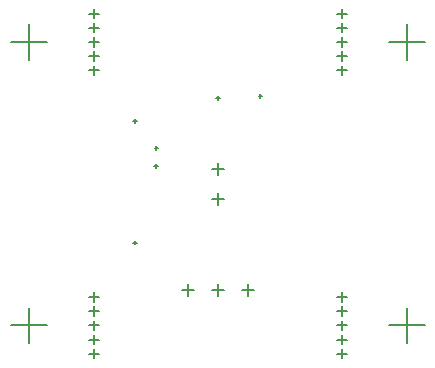
<source format=gbr>
%TF.GenerationSoftware,Altium Limited,Altium Designer,23.6.0 (18)*%
G04 Layer_Color=128*
%FSLAX45Y45*%
%MOMM*%
%TF.SameCoordinates,57B8E715-CDE8-4F81-9698-3B096703D57B*%
%TF.FilePolarity,Positive*%
%TF.FileFunction,Drillmap*%
%TF.Part,Single*%
G01*
G75*
%TA.AperFunction,NonConductor*%
%ADD72C,0.12700*%
D72*
X-306000Y600000D02*
X-202000D01*
X-254000Y548000D02*
Y652000D01*
X-52000Y600000D02*
X52000D01*
X0Y548000D02*
Y652000D01*
X202000Y600000D02*
X306000D01*
X254000Y548000D02*
Y652000D01*
X-50800Y1627000D02*
X50800D01*
X0Y1576200D02*
Y1677800D01*
X-50800Y1373000D02*
X50800D01*
X0Y1322200D02*
Y1423800D01*
X1010042Y2939997D02*
X1090042D01*
X1050042Y2899998D02*
Y2979997D01*
X1010042Y2819997D02*
X1090042D01*
X1050042Y2779997D02*
Y2859997D01*
X1010042Y2699997D02*
X1090042D01*
X1050042Y2659997D02*
Y2739997D01*
X1010042Y2579997D02*
X1090042D01*
X1050042Y2539997D02*
Y2619997D01*
X1010042Y2459997D02*
X1090042D01*
X1050042Y2419997D02*
Y2499997D01*
X1450041Y2699998D02*
X1750040D01*
X1600040Y2549998D02*
Y2849998D01*
X-1089958Y2940000D02*
X-1009958D01*
X-1049958Y2900000D02*
Y2980000D01*
X-1089958Y2820000D02*
X-1009958D01*
X-1049958Y2780000D02*
Y2860000D01*
X-1089958Y2700000D02*
X-1009958D01*
X-1049958Y2660000D02*
Y2740000D01*
X-1089958Y2580000D02*
X-1009958D01*
X-1049958Y2540000D02*
Y2620000D01*
X-1089958Y2460000D02*
X-1009958D01*
X-1049958Y2420000D02*
Y2500000D01*
X-1749957Y2700000D02*
X-1449957D01*
X-1599957Y2550000D02*
Y2850000D01*
X1449999Y300001D02*
X1749999D01*
X1599999Y150001D02*
Y450001D01*
X1010000Y540000D02*
X1090000D01*
X1050000Y500000D02*
Y580000D01*
X1010000Y420000D02*
X1090000D01*
X1050000Y380000D02*
Y460000D01*
X1010000Y300000D02*
X1090000D01*
X1050000Y260000D02*
Y340000D01*
X1010000Y180000D02*
X1090000D01*
X1050000Y140000D02*
Y220000D01*
X1010000Y60000D02*
X1090000D01*
X1050000Y20000D02*
Y100000D01*
X-1090000Y60000D02*
X-1010000D01*
X-1050000Y20000D02*
Y100000D01*
X-1090000Y180000D02*
X-1010000D01*
X-1050000Y140000D02*
Y220000D01*
X-1090000Y300000D02*
X-1010000D01*
X-1050000Y260000D02*
Y340000D01*
X-1090000Y420000D02*
X-1010000D01*
X-1050000Y380000D02*
Y460000D01*
X-1090000Y540000D02*
X-1010000D01*
X-1050000Y500000D02*
Y580000D01*
X-1750000Y300000D02*
X-1450000D01*
X-1600000Y150000D02*
Y450000D01*
X-715000Y1000000D02*
X-685000D01*
X-700000Y985000D02*
Y1015000D01*
X-535000Y1800000D02*
X-505000D01*
X-520000Y1785000D02*
Y1815000D01*
X-715000Y2030000D02*
X-685000D01*
X-700000Y2015000D02*
Y2045000D01*
X345000Y2240000D02*
X375000D01*
X360000Y2225000D02*
Y2255000D01*
X-15000Y2225000D02*
X15000D01*
X0Y2210000D02*
Y2240000D01*
X-540000Y1650000D02*
X-510000D01*
X-525000Y1635000D02*
Y1665000D01*
%TF.MD5,6c620d51134dc9e9010810320c63713f*%
M02*

</source>
